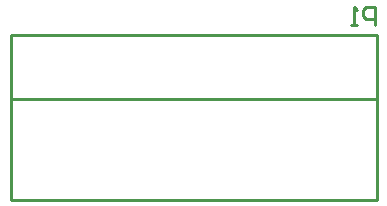
<source format=gbo>
G04*
G04 #@! TF.GenerationSoftware,Altium Limited,Altium Designer,18.0.11 (651)*
G04*
G04 Layer_Color=32896*
%FSLAX25Y25*%
%MOIN*%
G70*
G01*
G75*
%ADD14C,0.01000*%
D14*
X-61024Y-207441D02*
X61024D01*
Y-262205D02*
Y-207441D01*
X-61024Y-262205D02*
X61024D01*
X-61024D02*
Y-207441D01*
Y-228740D02*
X61024D01*
X60500Y-203900D02*
Y-197902D01*
X57501D01*
X56501Y-198902D01*
Y-200901D01*
X57501Y-201901D01*
X60500D01*
X54502Y-203900D02*
X52503D01*
X53502D01*
Y-197902D01*
X54502Y-198902D01*
M02*

</source>
